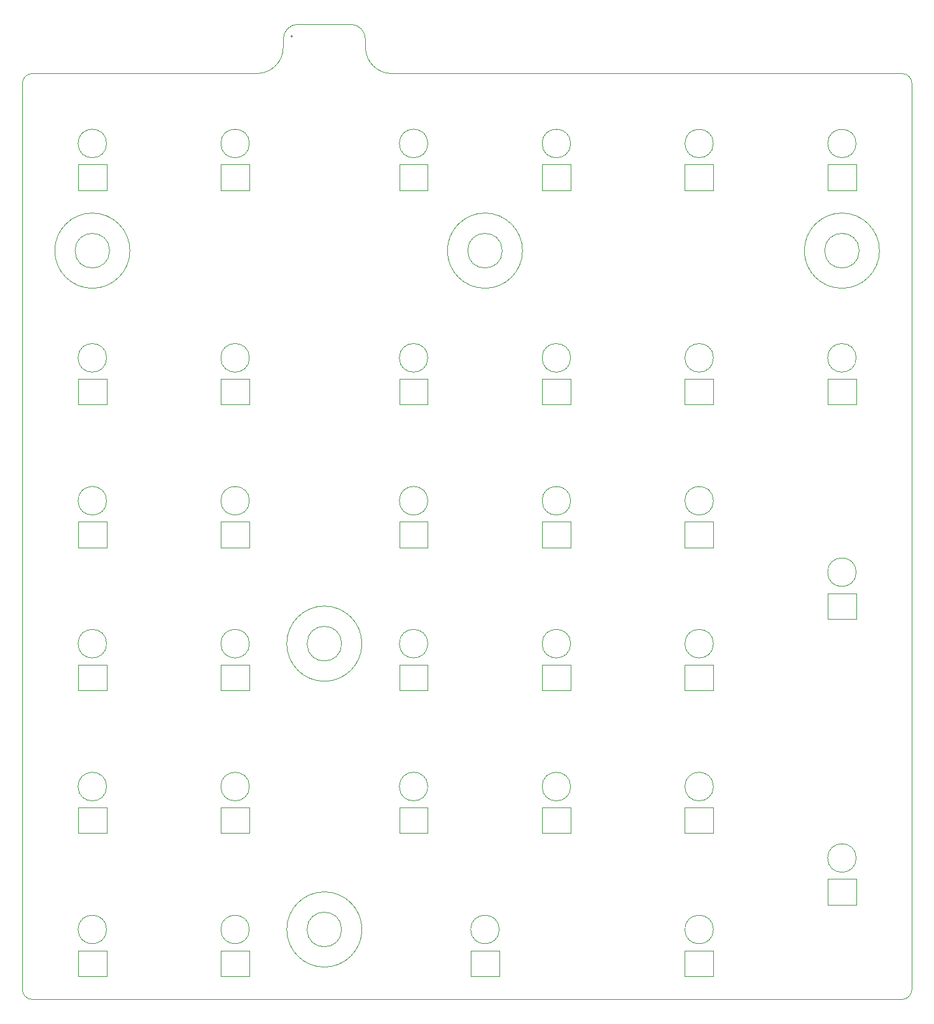
<source format=gbr>
%TF.GenerationSoftware,KiCad,Pcbnew,7.0.5-0*%
%TF.CreationDate,2023-08-05T14:47:29-05:00*%
%TF.ProjectId,Nifty Numpad,4e696674-7920-44e7-956d-7061642e6b69,rev?*%
%TF.SameCoordinates,Original*%
%TF.FileFunction,Profile,NP*%
%FSLAX46Y46*%
G04 Gerber Fmt 4.6, Leading zero omitted, Abs format (unit mm)*
G04 Created by KiCad (PCBNEW 7.0.5-0) date 2023-08-05 14:47:29*
%MOMM*%
%LPD*%
G01*
G04 APERTURE LIST*
%TA.AperFunction,Profile*%
%ADD10C,0.050000*%
%TD*%
%TA.AperFunction,Profile*%
%ADD11C,0.100000*%
%TD*%
%ADD12C,0.100000*%
%ADD13C,0.050000*%
G04 APERTURE END LIST*
D10*
X183905000Y-74200000D02*
X154000000Y-74200000D01*
X154000000Y-74200000D02*
G75*
G03*
X152700000Y-75500000I0J-1300000D01*
G01*
X198345000Y-69650000D02*
G75*
G03*
X196345000Y-67650000I-2000000J0D01*
G01*
X183905000Y-74200000D02*
G75*
G03*
X187405000Y-70700000I0J3500000D01*
G01*
X152700000Y-196000000D02*
G75*
G03*
X154000000Y-197300000I1300000J0D01*
G01*
X271050000Y-75500000D02*
G75*
G03*
X269750000Y-74200000I-1300000J0D01*
G01*
X198345000Y-70700000D02*
G75*
G03*
X201845000Y-74200000I3500000J0D01*
G01*
X154000000Y-197300000D02*
X269750000Y-197300000D01*
X271050000Y-196000000D02*
X271050000Y-75500000D01*
X198345000Y-70700000D02*
X198345000Y-69650000D01*
X189405000Y-67650000D02*
G75*
G03*
X187405000Y-69650000I0J-2000000D01*
G01*
X269750000Y-74200000D02*
X201845000Y-74200000D01*
X269750000Y-197300000D02*
G75*
G03*
X271050000Y-196000000I0J1300000D01*
G01*
X152700000Y-75500000D02*
X152700000Y-196000000D01*
X196345000Y-67650000D02*
X189405000Y-67650000D01*
X187405000Y-69650000D02*
X187405000Y-70700000D01*
D11*
%TO.C,D229*%
X259850000Y-184700000D02*
X259850000Y-181300000D01*
X259850000Y-181300000D02*
X263650000Y-181300000D01*
X263650000Y-184700000D02*
X259850000Y-184700000D01*
X263650000Y-181300000D02*
X263650000Y-184700000D01*
%TO.C,D217*%
X240850000Y-137200000D02*
X240850000Y-133800000D01*
X240850000Y-133800000D02*
X244650000Y-133800000D01*
X244650000Y-137200000D02*
X240850000Y-137200000D01*
X244650000Y-133800000D02*
X244650000Y-137200000D01*
%TO.C,D220*%
X179100000Y-156200000D02*
X179100000Y-152800000D01*
X179100000Y-152800000D02*
X182900000Y-152800000D01*
X182900000Y-156200000D02*
X179100000Y-156200000D01*
X182900000Y-152800000D02*
X182900000Y-156200000D01*
%TO.C,D205*%
X240850000Y-89700000D02*
X240850000Y-86300000D01*
X240850000Y-86300000D02*
X244650000Y-86300000D01*
X244650000Y-89700000D02*
X240850000Y-89700000D01*
X244650000Y-86300000D02*
X244650000Y-89700000D01*
%TO.C,D215*%
X202850000Y-137200000D02*
X202850000Y-133800000D01*
X202850000Y-133800000D02*
X206650000Y-133800000D01*
X206650000Y-137200000D02*
X202850000Y-137200000D01*
X206650000Y-133800000D02*
X206650000Y-137200000D01*
%TO.C,D202*%
X179100000Y-89700000D02*
X179100000Y-86300000D01*
X179100000Y-86300000D02*
X182900000Y-86300000D01*
X182900000Y-89700000D02*
X179100000Y-89700000D01*
X182900000Y-86300000D02*
X182900000Y-89700000D01*
%TO.C,D201*%
X160100000Y-89700000D02*
X160100000Y-86300000D01*
X160100000Y-86300000D02*
X163900000Y-86300000D01*
X163900000Y-89700000D02*
X160100000Y-89700000D01*
X163900000Y-86300000D02*
X163900000Y-89700000D01*
%TO.C,D212*%
X259850000Y-118200000D02*
X259850000Y-114800000D01*
X259850000Y-114800000D02*
X263650000Y-114800000D01*
X263650000Y-118200000D02*
X259850000Y-118200000D01*
X263650000Y-114800000D02*
X263650000Y-118200000D01*
%TO.C,D226*%
X202850000Y-175200000D02*
X202850000Y-171800000D01*
X202850000Y-171800000D02*
X206650000Y-171800000D01*
X206650000Y-175200000D02*
X202850000Y-175200000D01*
X206650000Y-171800000D02*
X206650000Y-175200000D01*
%TO.C,D219*%
X160100000Y-156200000D02*
X160100000Y-152800000D01*
X160100000Y-152800000D02*
X163900000Y-152800000D01*
X163900000Y-156200000D02*
X160100000Y-156200000D01*
X163900000Y-152800000D02*
X163900000Y-156200000D01*
%TO.C,D204*%
X221850000Y-89700000D02*
X221850000Y-86300000D01*
X221850000Y-86300000D02*
X225650000Y-86300000D01*
X225650000Y-89700000D02*
X221850000Y-89700000D01*
X225650000Y-86300000D02*
X225650000Y-89700000D01*
%TO.C,D211*%
X240850000Y-118200000D02*
X240850000Y-114800000D01*
X240850000Y-114800000D02*
X244650000Y-114800000D01*
X244650000Y-118200000D02*
X240850000Y-118200000D01*
X244650000Y-114800000D02*
X244650000Y-118200000D01*
%TO.C,D206*%
X259850000Y-89700000D02*
X259850000Y-86300000D01*
X259850000Y-86300000D02*
X263650000Y-86300000D01*
X263650000Y-89700000D02*
X259850000Y-89700000D01*
X263650000Y-86300000D02*
X263650000Y-89700000D01*
%TO.C,D224*%
X160100000Y-175200000D02*
X160100000Y-171800000D01*
X160100000Y-171800000D02*
X163900000Y-171800000D01*
X163900000Y-175200000D02*
X160100000Y-175200000D01*
X163900000Y-171800000D02*
X163900000Y-175200000D01*
%TO.C,D232*%
X212350000Y-194200000D02*
X212350000Y-190800000D01*
X212350000Y-190800000D02*
X216150000Y-190800000D01*
X216150000Y-194200000D02*
X212350000Y-194200000D01*
X216150000Y-190800000D02*
X216150000Y-194200000D01*
%TO.C,D213*%
X160100000Y-137200000D02*
X160100000Y-133800000D01*
X160100000Y-133800000D02*
X163900000Y-133800000D01*
X163900000Y-137200000D02*
X160100000Y-137200000D01*
X163900000Y-133800000D02*
X163900000Y-137200000D01*
%TO.C,D233*%
X240850000Y-194200000D02*
X240850000Y-190800000D01*
X240850000Y-190800000D02*
X244650000Y-190800000D01*
X244650000Y-194200000D02*
X240850000Y-194200000D01*
X244650000Y-190800000D02*
X244650000Y-194200000D01*
%TO.C,D207*%
X160100000Y-118200000D02*
X160100000Y-114800000D01*
X160100000Y-114800000D02*
X163900000Y-114800000D01*
X163900000Y-118200000D02*
X160100000Y-118200000D01*
X163900000Y-114800000D02*
X163900000Y-118200000D01*
%TO.C,D231*%
X179100000Y-194200000D02*
X179100000Y-190800000D01*
X179100000Y-190800000D02*
X182900000Y-190800000D01*
X182900000Y-194200000D02*
X179100000Y-194200000D01*
X182900000Y-190800000D02*
X182900000Y-194200000D01*
%TO.C,D218*%
X259850000Y-146700000D02*
X259850000Y-143300000D01*
X259850000Y-143300000D02*
X263650000Y-143300000D01*
X263650000Y-146700000D02*
X259850000Y-146700000D01*
X263650000Y-143300000D02*
X263650000Y-146700000D01*
%TO.C,D222*%
X221850000Y-156200000D02*
X221850000Y-152800000D01*
X221850000Y-152800000D02*
X225650000Y-152800000D01*
X225650000Y-156200000D02*
X221850000Y-156200000D01*
X225650000Y-152800000D02*
X225650000Y-156200000D01*
%TO.C,D230*%
X160100000Y-194200000D02*
X160100000Y-190800000D01*
X160100000Y-190800000D02*
X163900000Y-190800000D01*
X163900000Y-194200000D02*
X160100000Y-194200000D01*
X163900000Y-190800000D02*
X163900000Y-194200000D01*
%TO.C,D221*%
X202850000Y-156200000D02*
X202850000Y-152800000D01*
X202850000Y-152800000D02*
X206650000Y-152800000D01*
X206650000Y-156200000D02*
X202850000Y-156200000D01*
X206650000Y-152800000D02*
X206650000Y-156200000D01*
%TO.C,D227*%
X221850000Y-175200000D02*
X221850000Y-171800000D01*
X221850000Y-171800000D02*
X225650000Y-171800000D01*
X225650000Y-175200000D02*
X221850000Y-175200000D01*
X225650000Y-171800000D02*
X225650000Y-175200000D01*
%TO.C,D209*%
X202850000Y-118200000D02*
X202850000Y-114800000D01*
X202850000Y-114800000D02*
X206650000Y-114800000D01*
X206650000Y-118200000D02*
X202850000Y-118200000D01*
X206650000Y-114800000D02*
X206650000Y-118200000D01*
%TO.C,D210*%
X221850000Y-118200000D02*
X221850000Y-114800000D01*
X221850000Y-114800000D02*
X225650000Y-114800000D01*
X225650000Y-118200000D02*
X221850000Y-118200000D01*
X225650000Y-114800000D02*
X225650000Y-118200000D01*
%TO.C,D228*%
X240850000Y-175200000D02*
X240850000Y-171800000D01*
X240850000Y-171800000D02*
X244650000Y-171800000D01*
X244650000Y-175200000D02*
X240850000Y-175200000D01*
X244650000Y-171800000D02*
X244650000Y-175200000D01*
%TO.C,D223*%
X240850000Y-156200000D02*
X240850000Y-152800000D01*
X240850000Y-152800000D02*
X244650000Y-152800000D01*
X244650000Y-156200000D02*
X240850000Y-156200000D01*
X244650000Y-152800000D02*
X244650000Y-156200000D01*
%TO.C,D216*%
X221850000Y-137200000D02*
X221850000Y-133800000D01*
X221850000Y-133800000D02*
X225650000Y-133800000D01*
X225650000Y-137200000D02*
X221850000Y-137200000D01*
X225650000Y-133800000D02*
X225650000Y-137200000D01*
%TO.C,D203*%
X202850000Y-89700000D02*
X202850000Y-86300000D01*
X202850000Y-86300000D02*
X206650000Y-86300000D01*
X206650000Y-89700000D02*
X202850000Y-89700000D01*
X206650000Y-86300000D02*
X206650000Y-89700000D01*
%TO.C,D214*%
X179100000Y-137200000D02*
X179100000Y-133800000D01*
X179100000Y-133800000D02*
X182900000Y-133800000D01*
X182900000Y-137200000D02*
X179100000Y-137200000D01*
X182900000Y-133800000D02*
X182900000Y-137200000D01*
%TO.C,D225*%
X179100000Y-175200000D02*
X179100000Y-171800000D01*
X179100000Y-171800000D02*
X182900000Y-171800000D01*
X182900000Y-175200000D02*
X179100000Y-175200000D01*
X182900000Y-171800000D02*
X182900000Y-175200000D01*
%TO.C,D208*%
X179100000Y-118200000D02*
X179100000Y-114800000D01*
X179100000Y-114800000D02*
X182900000Y-114800000D01*
X182900000Y-118200000D02*
X179100000Y-118200000D01*
X182900000Y-114800000D02*
X182900000Y-118200000D01*
%TD*%
D12*
X225650000Y-83500000D02*
G75*
G03*
X225650000Y-83500000I-1900000J0D01*
G01*
X163900000Y-131000000D02*
G75*
G03*
X163900000Y-131000000I-1900000J0D01*
G01*
X206650000Y-83500000D02*
G75*
G03*
X206650000Y-83500000I-1900000J0D01*
G01*
X206650000Y-112000000D02*
G75*
G03*
X206650000Y-112000000I-1900000J0D01*
G01*
X225650000Y-150000000D02*
G75*
G03*
X225650000Y-150000000I-1900000J0D01*
G01*
X206650000Y-169000000D02*
G75*
G03*
X206650000Y-169000000I-1900000J0D01*
G01*
X206650000Y-131000000D02*
G75*
G03*
X206650000Y-131000000I-1900000J0D01*
G01*
X167000000Y-97750000D02*
G75*
G03*
X167000000Y-97750000I-5000000J0D01*
G01*
X244650000Y-112000000D02*
G75*
G03*
X244650000Y-112000000I-1900000J0D01*
G01*
X182900000Y-112000000D02*
G75*
G03*
X182900000Y-112000000I-1900000J0D01*
G01*
X182900000Y-131000000D02*
G75*
G03*
X182900000Y-131000000I-1900000J0D01*
G01*
X164300000Y-97750000D02*
G75*
G03*
X164300000Y-97750000I-2300000J0D01*
G01*
X263638148Y-83500000D02*
G75*
G03*
X263638148Y-83500000I-1888148J0D01*
G01*
X263650000Y-140500000D02*
G75*
G03*
X263650000Y-140500000I-1900000J0D01*
G01*
D13*
X188666400Y-69250000D02*
G75*
G03*
X188666400Y-69250000I-111400J0D01*
G01*
D12*
X225650000Y-169000000D02*
G75*
G03*
X225650000Y-169000000I-1900000J0D01*
G01*
X195175000Y-188000000D02*
G75*
G03*
X195175000Y-188000000I-2300000J0D01*
G01*
X244650000Y-169000000D02*
G75*
G03*
X244650000Y-169000000I-1900000J0D01*
G01*
X182900000Y-83500000D02*
G75*
G03*
X182900000Y-83500000I-1900000J0D01*
G01*
X263650000Y-112000000D02*
G75*
G03*
X263650000Y-112000000I-1900000J0D01*
G01*
X163900000Y-112000000D02*
G75*
G03*
X163900000Y-112000000I-1900000J0D01*
G01*
X244650000Y-150000000D02*
G75*
G03*
X244650000Y-150000000I-1900000J0D01*
G01*
X216150000Y-188000000D02*
G75*
G03*
X216150000Y-188000000I-1900000J0D01*
G01*
X244650000Y-131000000D02*
G75*
G03*
X244650000Y-131000000I-1900000J0D01*
G01*
X244638148Y-83500000D02*
G75*
G03*
X244638148Y-83500000I-1888148J0D01*
G01*
X263650000Y-178500000D02*
G75*
G03*
X263650000Y-178500000I-1900000J0D01*
G01*
X244650000Y-188000000D02*
G75*
G03*
X244650000Y-188000000I-1900000J0D01*
G01*
X182900000Y-188000000D02*
G75*
G03*
X182900000Y-188000000I-1900000J0D01*
G01*
X163900000Y-169000000D02*
G75*
G03*
X163900000Y-169000000I-1900000J0D01*
G01*
X264050000Y-97750000D02*
G75*
G03*
X264050000Y-97750000I-2300000J0D01*
G01*
X195175000Y-150000000D02*
G75*
G03*
X195175000Y-150000000I-2300000J0D01*
G01*
X182900000Y-150000000D02*
G75*
G03*
X182900000Y-150000000I-1900000J0D01*
G01*
X266750000Y-97750000D02*
G75*
G03*
X266750000Y-97750000I-5000000J0D01*
G01*
X197875000Y-188000000D02*
G75*
G03*
X197875000Y-188000000I-5000000J0D01*
G01*
X163900000Y-188000000D02*
G75*
G03*
X163900000Y-188000000I-1900000J0D01*
G01*
X182900000Y-169000000D02*
G75*
G03*
X182900000Y-169000000I-1900000J0D01*
G01*
X216550000Y-97750000D02*
G75*
G03*
X216550000Y-97750000I-2300000J0D01*
G01*
X219250000Y-97750000D02*
G75*
G03*
X219250000Y-97750000I-5000000J0D01*
G01*
X197875000Y-150000000D02*
G75*
G03*
X197875000Y-150000000I-5000000J0D01*
G01*
X163900000Y-150000000D02*
G75*
G03*
X163900000Y-150000000I-1900000J0D01*
G01*
X163900000Y-83500000D02*
G75*
G03*
X163900000Y-83500000I-1900000J0D01*
G01*
X225650000Y-112000000D02*
G75*
G03*
X225650000Y-112000000I-1900000J0D01*
G01*
X206650000Y-150000000D02*
G75*
G03*
X206650000Y-150000000I-1900000J0D01*
G01*
X225650000Y-131000000D02*
G75*
G03*
X225650000Y-131000000I-1900000J0D01*
G01*
M02*

</source>
